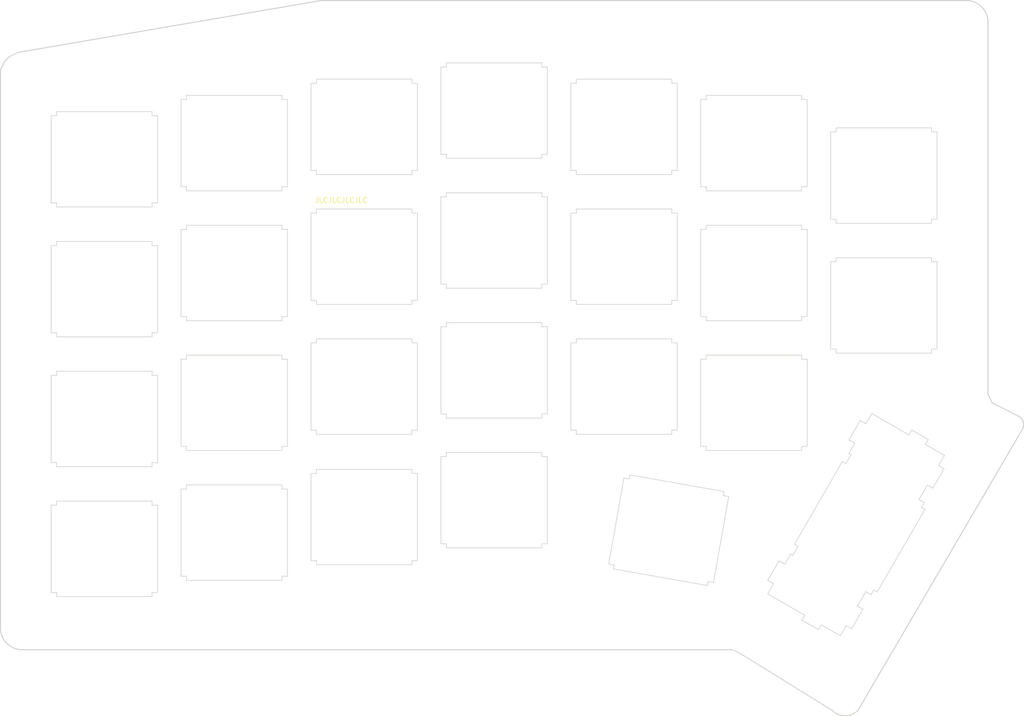
<source format=kicad_pcb>
(kicad_pcb (version 4) (host pcbnew 4.0.7)

  (general
    (links 0)
    (no_connects 0)
    (area 56.515 26.035 232.338572 152.400001)
    (thickness 1.6)
    (drawings 501)
    (tracks 0)
    (zones 0)
    (modules 9)
    (nets 1)
  )

  (page A4)
  (layers
    (0 F.Cu signal hide)
    (31 B.Cu signal hide)
    (32 B.Adhes user hide)
    (33 F.Adhes user hide)
    (34 B.Paste user hide)
    (35 F.Paste user hide)
    (36 B.SilkS user hide)
    (37 F.SilkS user hide)
    (38 B.Mask user hide)
    (39 F.Mask user hide)
    (40 Dwgs.User user hide)
    (41 Cmts.User user hide)
    (42 Eco1.User user)
    (43 Eco2.User user hide)
    (44 Edge.Cuts user)
    (45 Margin user hide)
    (46 B.CrtYd user hide)
    (47 F.CrtYd user hide)
    (48 B.Fab user hide)
    (49 F.Fab user hide)
  )

  (setup
    (last_trace_width 0.25)
    (trace_clearance 0.2)
    (zone_clearance 0.508)
    (zone_45_only no)
    (trace_min 0.2)
    (segment_width 0.15)
    (edge_width 0.15)
    (via_size 0.6)
    (via_drill 0.4)
    (via_min_size 0.4)
    (via_min_drill 0.3)
    (uvia_size 0.3)
    (uvia_drill 0.1)
    (uvias_allowed no)
    (uvia_min_size 0.2)
    (uvia_min_drill 0.1)
    (pcb_text_width 0.3)
    (pcb_text_size 1.5 1.5)
    (mod_edge_width 0.15)
    (mod_text_size 1 1)
    (mod_text_width 0.15)
    (pad_size 1.524 1.524)
    (pad_drill 0.762)
    (pad_to_mask_clearance 0.2)
    (aux_axis_origin 0 0)
    (visible_elements 7FFFFFFF)
    (pcbplotparams
      (layerselection 0x010f0_80000001)
      (usegerberextensions false)
      (excludeedgelayer true)
      (linewidth 0.100000)
      (plotframeref false)
      (viasonmask false)
      (mode 1)
      (useauxorigin false)
      (hpglpennumber 1)
      (hpglpenspeed 20)
      (hpglpendiameter 15)
      (hpglpenoverlay 2)
      (psnegative false)
      (psa4output false)
      (plotreference false)
      (plotvalue false)
      (plotinvisibletext false)
      (padsonsilk false)
      (subtractmaskfromsilk false)
      (outputformat 3)
      (mirror false)
      (drillshape 0)
      (scaleselection 1)
      (outputdirectory ./))
  )

  (net 0 "")

  (net_class Default "This is the default net class."
    (clearance 0.2)
    (trace_width 0.25)
    (via_dia 0.6)
    (via_drill 0.4)
    (uvia_dia 0.3)
    (uvia_drill 0.1)
  )

  (module Mounting_Holes:MountingHole_2.2mm_M2_DIN965 (layer F.Cu) (tedit 5B0469AD) (tstamp 5A9EC803)
    (at 192.405 141.605)
    (descr "Mounting Hole 2.2mm, no annular, M2, DIN965")
    (tags "mounting hole 2.2mm no annular m2 din965")
    (attr virtual)
    (fp_text reference REF** (at 0 -2.9) (layer F.SilkS) hide
      (effects (font (size 1 1) (thickness 0.15)))
    )
    (fp_text value MountingHole_2.2mm_M2_DIN965 (at 0 2.9) (layer F.Fab)
      (effects (font (size 1 1) (thickness 0.15)))
    )
    (fp_text user %R (at 0.3 0) (layer F.Fab)
      (effects (font (size 1 1) (thickness 0.15)))
    )
    (fp_circle (center 0 0) (end 1.9 0) (layer Cmts.User) (width 0.15))
    (fp_circle (center 0 0) (end 2.15 0) (layer F.CrtYd) (width 0.05))
    (pad 1 np_thru_hole circle (at 0 0) (size 2.2 2.2) (drill 2.2) (layers *.Cu *.Mask))
  )

  (module Mounting_Holes:MountingHole_2.2mm_M2_DIN965 (layer F.Cu) (tedit 5B04698E) (tstamp 5A9EC824)
    (at 215.265 103.505)
    (descr "Mounting Hole 2.2mm, no annular, M2, DIN965")
    (tags "mounting hole 2.2mm no annular m2 din965")
    (attr virtual)
    (fp_text reference REF** (at 0 -2.9) (layer F.SilkS) hide
      (effects (font (size 1 1) (thickness 0.15)))
    )
    (fp_text value MountingHole_2.2mm_M2_DIN965 (at 4.445 1.905) (layer F.Fab)
      (effects (font (size 1 1) (thickness 0.15)))
    )
    (fp_text user %R (at 0.3 0) (layer F.Fab)
      (effects (font (size 1 1) (thickness 0.15)))
    )
    (fp_circle (center 0 0) (end 1.9 0) (layer Cmts.User) (width 0.15))
    (fp_circle (center 0 0) (end 2.15 0) (layer F.CrtYd) (width 0.05))
    (pad 1 np_thru_hole circle (at 0 0) (size 2.2 2.2) (drill 2.2) (layers *.Cu *.Mask))
  )

  (module Mounting_Holes:MountingHole_2.2mm_M2_DIN965 (layer F.Cu) (tedit 5B046982) (tstamp 5A9EC868)
    (at 210.82 43.815)
    (descr "Mounting Hole 2.2mm, no annular, M2, DIN965")
    (tags "mounting hole 2.2mm no annular m2 din965")
    (attr virtual)
    (fp_text reference REF** (at 0 -2.9) (layer F.SilkS) hide
      (effects (font (size 1 1) (thickness 0.15)))
    )
    (fp_text value MountingHole_2.2mm_M2_DIN965 (at 0 2.9) (layer F.Fab)
      (effects (font (size 1 1) (thickness 0.15)))
    )
    (fp_text user %R (at 0.3 0) (layer F.Fab)
      (effects (font (size 1 1) (thickness 0.15)))
    )
    (fp_circle (center 0 0) (end 1.9 0) (layer Cmts.User) (width 0.15))
    (fp_circle (center 0 0) (end 2.15 0) (layer F.CrtYd) (width 0.05))
    (pad 1 np_thru_hole circle (at 0 0) (size 2.2 2.2) (drill 2.2) (layers *.Cu *.Mask))
  )

  (module Mounting_Holes:MountingHole_2.2mm_M2_DIN965 (layer F.Cu) (tedit 5B0469C0) (tstamp 5A9EC8BF)
    (at 72.39 132.715)
    (descr "Mounting Hole 2.2mm, no annular, M2, DIN965")
    (tags "mounting hole 2.2mm no annular m2 din965")
    (attr virtual)
    (fp_text reference REF** (at -0.635 -2.9) (layer F.SilkS) hide
      (effects (font (size 1 1) (thickness 0.15)))
    )
    (fp_text value MountingHole_2.2mm_M2_DIN965 (at 0 2.9) (layer F.Fab)
      (effects (font (size 1 1) (thickness 0.15)))
    )
    (fp_text user %R (at 0 0.635) (layer F.Fab)
      (effects (font (size 1 1) (thickness 0.15)))
    )
    (fp_circle (center 0 0) (end 1.9 0) (layer Cmts.User) (width 0.15))
    (fp_circle (center 0 0) (end 2.15 0) (layer F.CrtYd) (width 0.05))
    (pad 1 np_thru_hole circle (at 0 0) (size 2.2 2.2) (drill 2.2) (layers *.Cu *.Mask))
  )

  (module Mounting_Holes:MountingHole_2.2mm_M2_DIN965 (layer F.Cu) (tedit 5B0469C8) (tstamp 5A9EC8CB)
    (at 72.39 92.71)
    (descr "Mounting Hole 2.2mm, no annular, M2, DIN965")
    (tags "mounting hole 2.2mm no annular m2 din965")
    (attr virtual)
    (fp_text reference REF** (at 0 -2.9) (layer F.SilkS) hide
      (effects (font (size 1 1) (thickness 0.15)))
    )
    (fp_text value MountingHole_2.2mm_M2_DIN965 (at 0 2.9) (layer F.Fab)
      (effects (font (size 1 1) (thickness 0.15)))
    )
    (fp_text user %R (at 0.3 0) (layer F.Fab)
      (effects (font (size 1 1) (thickness 0.15)))
    )
    (fp_circle (center 0 0) (end 1.9 0) (layer Cmts.User) (width 0.15))
    (fp_circle (center 0 0) (end 2.15 0) (layer F.CrtYd) (width 0.05))
    (pad 1 np_thru_hole circle (at 0 0) (size 2.2 2.2) (drill 2.2) (layers *.Cu *.Mask))
  )

  (module Mounting_Holes:MountingHole_2.2mm_M2_DIN965 (layer F.Cu) (tedit 5B046972) (tstamp 5A9EC8D6)
    (at 72.39 52.07)
    (descr "Mounting Hole 2.2mm, no annular, M2, DIN965")
    (tags "mounting hole 2.2mm no annular m2 din965")
    (attr virtual)
    (fp_text reference REF** (at 0 -2.9) (layer F.SilkS) hide
      (effects (font (size 1 1) (thickness 0.15)))
    )
    (fp_text value MountingHole_2.2mm_M2_DIN965 (at 0 3.81) (layer F.Fab)
      (effects (font (size 1 1) (thickness 0.15)))
    )
    (fp_text user %R (at 0.3 0) (layer F.Fab)
      (effects (font (size 1 1) (thickness 0.15)))
    )
    (fp_circle (center 0 0) (end 1.9 0) (layer Cmts.User) (width 0.15))
    (fp_circle (center 0 0) (end 2.15 0) (layer F.CrtYd) (width 0.05))
    (pad 1 np_thru_hole circle (at 0 0) (size 2.2 2.2) (drill 2.2) (layers *.Cu *.Mask))
  )

  (module Mounting_Holes:MountingHole_2.2mm_M2_DIN965 (layer F.Cu) (tedit 5B0469B6) (tstamp 5A9EC8EF)
    (at 132.08 132.715)
    (descr "Mounting Hole 2.2mm, no annular, M2, DIN965")
    (tags "mounting hole 2.2mm no annular m2 din965")
    (attr virtual)
    (fp_text reference REF** (at 0 -2.9) (layer F.SilkS) hide
      (effects (font (size 1 1) (thickness 0.15)))
    )
    (fp_text value MountingHole_2.2mm_M2_DIN965 (at 0 2.9) (layer F.Fab)
      (effects (font (size 1 1) (thickness 0.15)))
    )
    (fp_text user %R (at 0.3 0) (layer F.Fab)
      (effects (font (size 1 1) (thickness 0.15)))
    )
    (fp_circle (center 0 0) (end 1.9 0) (layer Cmts.User) (width 0.15))
    (fp_circle (center 0 0) (end 2.15 0) (layer F.CrtYd) (width 0.05))
    (pad 1 np_thru_hole circle (at 0 0) (size 2.2 2.2) (drill 2.2) (layers *.Cu *.Mask))
  )

  (module Mounting_Holes:MountingHole_2.2mm_M2_DIN965 (layer F.Cu) (tedit 5B04697E) (tstamp 5A9EC907)
    (at 170.18 43.815)
    (descr "Mounting Hole 2.2mm, no annular, M2, DIN965")
    (tags "mounting hole 2.2mm no annular m2 din965")
    (attr virtual)
    (fp_text reference REF** (at 0 -2.9) (layer F.SilkS) hide
      (effects (font (size 1 1) (thickness 0.15)))
    )
    (fp_text value MountingHole_2.2mm_M2_DIN965 (at 0 2.9) (layer F.Fab)
      (effects (font (size 1 1) (thickness 0.15)))
    )
    (fp_text user %R (at 0.3 0) (layer F.Fab)
      (effects (font (size 1 1) (thickness 0.15)))
    )
    (fp_circle (center 0 0) (end 1.9 0) (layer Cmts.User) (width 0.15))
    (fp_circle (center 0 0) (end 2.15 0) (layer F.CrtYd) (width 0.05))
    (pad 1 np_thru_hole circle (at 0 0) (size 2.2 2.2) (drill 2.2) (layers *.Cu *.Mask))
  )

  (module Mounting_Holes:MountingHole_2.2mm_M2_DIN965 (layer F.Cu) (tedit 5B046978) (tstamp 5A9EC90E)
    (at 116.205 43.815)
    (descr "Mounting Hole 2.2mm, no annular, M2, DIN965")
    (tags "mounting hole 2.2mm no annular m2 din965")
    (attr virtual)
    (fp_text reference REF** (at 0 -2.9) (layer F.SilkS) hide
      (effects (font (size 1 1) (thickness 0.15)))
    )
    (fp_text value MountingHole_2.2mm_M2_DIN965 (at 1.27 3.81) (layer F.Fab)
      (effects (font (size 1 1) (thickness 0.15)))
    )
    (fp_text user %R (at 0.3 0) (layer F.Fab)
      (effects (font (size 1 1) (thickness 0.15)))
    )
    (fp_circle (center 0 0) (end 1.9 0) (layer Cmts.User) (width 0.15))
    (fp_circle (center 0 0) (end 2.15 0) (layer F.CrtYd) (width 0.05))
    (pad 1 np_thru_hole circle (at 0 0) (size 2.2 2.2) (drill 2.2) (layers *.Cu *.Mask))
  )

  (gr_line (start 205.2416 105.06013) (end 202.815601 103.661441) (layer Edge.Cuts) (width 0.1))
  (gr_line (start 207.5606 109.34444) (end 206.7626 108.88284) (layer Edge.Cuts) (width 0.1))
  (gr_line (start 204.250597 113.236041) (end 205.1126 111.742241) (layer Edge.Cuts) (width 0.1))
  (gr_line (start 203.893641 113.851181) (end 204.25664 113.22558) (layer Edge.Cuts) (width 0.1))
  (gr_line (start 204.241604 114.991641) (end 204.641599 114.299839) (layer Edge.Cuts) (width 0.1))
  (gr_line (start 197.2416 127.117041) (end 197.7616 127.41744) (layer Edge.Cuts) (width 0.1))
  (gr_line (start 194.460603 105.590671) (end 193.599606 107.087241) (layer Edge.Cuts) (width 0.1))
  (gr_line (start 193.613598 105.102848) (end 194.460603 105.590671) (layer Edge.Cuts) (width 0.1))
  (gr_line (start 196.974599 101.238842) (end 196.110599 102.735392) (layer Edge.Cuts) (width 0.1))
  (gr_line (start 204.828601 105.77535) (end 205.2416 105.06013) (layer Edge.Cuts) (width 0.1))
  (gr_line (start 206.7626 108.88284) (end 207.626601 107.390436) (layer Edge.Cuts) (width 0.1))
  (gr_line (start 195.718377 128.009396) (end 196.08038 127.381) (layer Edge.Cuts) (width 0.1))
  (gr_line (start 205.1126 111.742241) (end 205.9096 112.20254) (layer Edge.Cuts) (width 0.1))
  (gr_line (start 194.863596 129.495539) (end 195.7256 128.001739) (layer Edge.Cuts) (width 0.1))
  (gr_line (start 204.641599 114.299839) (end 203.89342 113.85042) (layer Edge.Cuts) (width 0.1))
  (gr_line (start 193.212601 132.353644) (end 194.0096 132.812541) (layer Edge.Cuts) (width 0.1))
  (gr_line (start 195.262602 102.24482) (end 193.613598 105.102848) (layer Edge.Cuts) (width 0.1))
  (gr_line (start 196.110599 102.735392) (end 195.262602 102.24482) (layer Edge.Cuts) (width 0.1))
  (gr_line (start 202.403598 104.375249) (end 196.974599 101.238842) (layer Edge.Cuts) (width 0.1))
  (gr_line (start 202.815601 103.661441) (end 202.403598 104.375249) (layer Edge.Cuts) (width 0.1))
  (gr_line (start 197.7616 127.41744) (end 204.7616 115.290643) (layer Edge.Cuts) (width 0.1))
  (gr_line (start 204.7616 115.290643) (end 204.241604 114.991641) (layer Edge.Cuts) (width 0.1))
  (gr_line (start 207.626601 107.390436) (end 204.828601 105.77535) (layer Edge.Cuts) (width 0.1))
  (gr_line (start 205.9096 112.20254) (end 207.5606 109.34444) (layer Edge.Cuts) (width 0.1))
  (gr_line (start 196.841599 127.810137) (end 197.2416 127.117041) (layer Edge.Cuts) (width 0.1))
  (gr_line (start 196.08038 127.381) (end 196.841599 127.810137) (layer Edge.Cuts) (width 0.1))
  (gr_line (start 195.659599 129.955738) (end 194.863596 129.495539) (layer Edge.Cuts) (width 0.1))
  (gr_line (start 194.0096 132.812541) (end 195.659599 129.955738) (layer Edge.Cuts) (width 0.1))
  (gr_line (start 193.92138 107.272197) (end 193.557383 107.8992) (layer Edge.Cuts) (width 0.1))
  (gr_line (start 193.599606 107.087241) (end 193.92138 107.27182) (layer Edge.Cuts) (width 0.1))
  (gr_line (start 183.363599 122.856139) (end 181.712601 125.712843) (layer Edge.Cuts) (width 0.1))
  (gr_line (start 185.75274 121.41454) (end 185.391736 122.041537) (layer Edge.Cuts) (width 0.1))
  (gr_line (start 189.141601 132.946239) (end 189.553601 132.232242) (layer Edge.Cuts) (width 0.1))
  (gr_line (start 192.350597 133.847238) (end 193.212601 132.353644) (layer Edge.Cuts) (width 0.1))
  (gr_line (start 182.561601 126.203339) (end 181.698603 127.697138) (layer Edge.Cuts) (width 0.1))
  (gr_line (start 185.637598 120.417039) (end 186.1566 120.71604) (layer Edge.Cuts) (width 0.1))
  (gr_line (start 187.129597 130.83084) (end 186.715605 131.547441) (layer Edge.Cuts) (width 0.1))
  (gr_line (start 181.712601 125.712843) (end 182.561601 126.203339) (layer Edge.Cuts) (width 0.1))
  (gr_line (start 184.210603 123.34534) (end 183.363599 122.856139) (layer Edge.Cuts) (width 0.1))
  (gr_line (start 185.073602 121.850137) (end 184.210603 123.34534) (layer Edge.Cuts) (width 0.1))
  (gr_line (start 193.556596 107.898939) (end 193.156601 108.590644) (layer Edge.Cuts) (width 0.1))
  (gr_line (start 185.39206 122.04192) (end 185.073602 121.850137) (layer Edge.Cuts) (width 0.1))
  (gr_line (start 189.553601 132.232242) (end 192.350597 133.847238) (layer Edge.Cuts) (width 0.1))
  (gr_line (start 186.715605 131.547441) (end 189.141601 132.946239) (layer Edge.Cuts) (width 0.1))
  (gr_line (start 193.156601 108.590644) (end 192.637602 108.291639) (layer Edge.Cuts) (width 0.1))
  (gr_line (start 181.698603 127.697138) (end 187.129597 130.83084) (layer Edge.Cuts) (width 0.1))
  (gr_line (start 192.637602 108.291639) (end 185.637598 120.417039) (layer Edge.Cuts) (width 0.1))
  (gr_line (start 186.1566 120.71604) (end 185.756599 121.407844) (layer Edge.Cuts) (width 0.1))
  (gr_line (start 160.61668 110.70558) (end 158.39248 123.31048) (layer Edge.Cuts) (width 0.1))
  (gr_line (start 161.40338 110.84478) (end 160.61668 110.70558) (layer Edge.Cuts) (width 0.1))
  (gr_line (start 91.43648 114.09418) (end 77.43693 114.09418) (layer Edge.Cuts) (width 0.1))
  (gr_line (start 77.43693 128.09368) (end 91.43648 128.09368) (layer Edge.Cuts) (width 0.1))
  (gr_line (start 76.63767 114.69358) (end 76.63767 127.49288) (layer Edge.Cuts) (width 0.1))
  (gr_line (start 77.43693 114.69358) (end 76.63767 114.69358) (layer Edge.Cuts) (width 0.1))
  (gr_line (start 91.43648 114.69358) (end 91.43648 114.09418) (layer Edge.Cuts) (width 0.1))
  (gr_line (start 92.23708 127.49288) (end 92.23708 114.69358) (layer Edge.Cuts) (width 0.1))
  (gr_line (start 91.43648 128.09368) (end 91.43648 127.49288) (layer Edge.Cuts) (width 0.1))
  (gr_line (start 76.63767 127.49288) (end 77.43693 127.49288) (layer Edge.Cuts) (width 0.1))
  (gr_line (start 92.23708 114.69358) (end 91.43648 114.69358) (layer Edge.Cuts) (width 0.1))
  (gr_line (start 91.43648 127.49288) (end 92.23708 127.49288) (layer Edge.Cuts) (width 0.1))
  (gr_line (start 77.43693 127.49288) (end 77.43693 128.09368) (layer Edge.Cuts) (width 0.1))
  (gr_line (start 77.43693 114.09418) (end 77.43693 114.69358) (layer Edge.Cuts) (width 0.1))
  (gr_line (start 115.53698 66.18128) (end 129.53628 66.18128) (layer Edge.Cuts) (width 0.1))
  (gr_line (start 134.58698 50.39978) (end 133.78758 50.39978) (layer Edge.Cuts) (width 0.1))
  (gr_line (start 134.58698 49.80038) (end 134.58698 50.39978) (layer Edge.Cuts) (width 0.1))
  (gr_line (start 152.83758 52.78098) (end 152.83758 65.58158) (layer Edge.Cuts) (width 0.1))
  (gr_line (start 115.53698 65.58158) (end 115.53698 66.18128) (layer Edge.Cuts) (width 0.1))
  (gr_line (start 167.63628 52.78098) (end 167.63628 52.18168) (layer Edge.Cuts) (width 0.1))
  (gr_line (start 168.43568 52.78098) (end 167.63628 52.78098) (layer Edge.Cuts) (width 0.1))
  (gr_line (start 167.63628 65.58158) (end 168.43568 65.58158) (layer Edge.Cuts) (width 0.1))
  (gr_line (start 153.63698 52.18168) (end 153.63698 52.78098) (layer Edge.Cuts) (width 0.1))
  (gr_line (start 130.33708 52.78098) (end 129.53628 52.78098) (layer Edge.Cuts) (width 0.1))
  (gr_line (start 130.33708 65.58158) (end 130.33708 52.78098) (layer Edge.Cuts) (width 0.1))
  (gr_line (start 114.73758 65.58158) (end 115.53698 65.58158) (layer Edge.Cuts) (width 0.1))
  (gr_line (start 115.53698 52.78098) (end 114.73758 52.78098) (layer Edge.Cuts) (width 0.1))
  (gr_line (start 167.63628 52.18168) (end 153.63698 52.18168) (layer Edge.Cuts) (width 0.1))
  (gr_line (start 114.73758 52.78098) (end 114.73758 65.58158) (layer Edge.Cuts) (width 0.1))
  (gr_line (start 153.63698 65.58158) (end 153.63698 66.18128) (layer Edge.Cuts) (width 0.1))
  (gr_line (start 168.43568 65.58158) (end 168.43568 52.78098) (layer Edge.Cuts) (width 0.1))
  (gr_line (start 129.53628 52.78098) (end 129.53628 52.18168) (layer Edge.Cuts) (width 0.1))
  (gr_line (start 153.63698 52.78098) (end 152.83758 52.78098) (layer Edge.Cuts) (width 0.1))
  (gr_line (start 167.63628 66.18128) (end 167.63628 65.58158) (layer Edge.Cuts) (width 0.1))
  (gr_line (start 153.63698 66.18128) (end 167.63628 66.18128) (layer Edge.Cuts) (width 0.1))
  (gr_line (start 152.83758 65.58158) (end 153.63698 65.58158) (layer Edge.Cuts) (width 0.1))
  (gr_line (start 129.53628 65.58158) (end 130.33708 65.58158) (layer Edge.Cuts) (width 0.1))
  (gr_line (start 148.58628 49.80038) (end 134.58698 49.80038) (layer Edge.Cuts) (width 0.1))
  (gr_line (start 148.58628 50.39978) (end 148.58628 49.80038) (layer Edge.Cuts) (width 0.1))
  (gr_line (start 149.38708 50.39978) (end 148.58628 50.39978) (layer Edge.Cuts) (width 0.1))
  (gr_line (start 149.38708 63.20028) (end 149.38708 50.39978) (layer Edge.Cuts) (width 0.1))
  (gr_line (start 148.58628 63.20028) (end 149.38708 63.20028) (layer Edge.Cuts) (width 0.1))
  (gr_line (start 148.58628 63.80008) (end 148.58628 63.20028) (layer Edge.Cuts) (width 0.1))
  (gr_line (start 134.58698 63.80008) (end 148.58628 63.80008) (layer Edge.Cuts) (width 0.1))
  (gr_line (start 129.53628 66.18128) (end 129.53628 65.58158) (layer Edge.Cuts) (width 0.1))
  (gr_line (start 134.58698 63.20028) (end 134.58698 63.80008) (layer Edge.Cuts) (width 0.1))
  (gr_line (start 133.78758 63.20028) (end 134.58698 63.20028) (layer Edge.Cuts) (width 0.1))
  (gr_line (start 133.78758 50.39978) (end 133.78758 63.20028) (layer Edge.Cuts) (width 0.1))
  (gr_line (start 129.53628 52.18168) (end 115.53698 52.18168) (layer Edge.Cuts) (width 0.1))
  (gr_line (start 159.07758 124.04088) (end 172.86478 126.47168) (layer Edge.Cuts) (width 0.1))
  (gr_line (start 158.39248 123.31048) (end 159.18088 123.44968) (layer Edge.Cuts) (width 0.1))
  (gr_line (start 159.18088 123.44968) (end 159.07758 124.04088) (layer Edge.Cuts) (width 0.1))
  (gr_line (start 167.63628 71.23168) (end 153.63698 71.23168) (layer Edge.Cuts) (width 0.1))
  (gr_line (start 168.43568 84.63158) (end 168.43568 71.83098) (layer Edge.Cuts) (width 0.1))
  (gr_line (start 153.63698 84.63158) (end 153.63698 85.23128) (layer Edge.Cuts) (width 0.1))
  (gr_line (start 152.83758 71.83098) (end 152.83758 84.63158) (layer Edge.Cuts) (width 0.1))
  (gr_line (start 153.63698 71.23168) (end 153.63698 71.83098) (layer Edge.Cuts) (width 0.1))
  (gr_line (start 129.53628 71.23168) (end 115.53698 71.23168) (layer Edge.Cuts) (width 0.1))
  (gr_line (start 129.53628 71.83098) (end 129.53628 71.23168) (layer Edge.Cuts) (width 0.1))
  (gr_line (start 130.33708 84.63158) (end 130.33708 71.83098) (layer Edge.Cuts) (width 0.1))
  (gr_line (start 129.53628 85.23128) (end 129.53628 84.63158) (layer Edge.Cuts) (width 0.1))
  (gr_line (start 129.53628 84.63158) (end 130.33708 84.63158) (layer Edge.Cuts) (width 0.1))
  (gr_line (start 115.53698 84.63158) (end 115.53698 85.23128) (layer Edge.Cuts) (width 0.1))
  (gr_line (start 115.53698 71.23168) (end 115.53698 71.83098) (layer Edge.Cuts) (width 0.1))
  (gr_line (start 115.53698 85.23128) (end 129.53628 85.23128) (layer Edge.Cuts) (width 0.1))
  (gr_line (start 153.63698 71.83098) (end 152.83758 71.83098) (layer Edge.Cuts) (width 0.1))
  (gr_line (start 167.63628 84.63158) (end 168.43568 84.63158) (layer Edge.Cuts) (width 0.1))
  (gr_line (start 167.63628 85.23128) (end 167.63628 84.63158) (layer Edge.Cuts) (width 0.1))
  (gr_line (start 153.63698 85.23128) (end 167.63628 85.23128) (layer Edge.Cuts) (width 0.1))
  (gr_line (start 115.53698 71.83098) (end 114.73758 71.83098) (layer Edge.Cuts) (width 0.1))
  (gr_line (start 152.83758 84.63158) (end 153.63698 84.63158) (layer Edge.Cuts) (width 0.1))
  (gr_line (start 130.33708 71.83098) (end 129.53628 71.83098) (layer Edge.Cuts) (width 0.1))
  (gr_line (start 114.73758 84.63158) (end 115.53698 84.63158) (layer Edge.Cuts) (width 0.1))
  (gr_line (start 167.63628 71.83098) (end 167.63628 71.23168) (layer Edge.Cuts) (width 0.1))
  (gr_line (start 114.73758 71.83098) (end 114.73758 84.63158) (layer Edge.Cuts) (width 0.1))
  (gr_line (start 168.43568 71.83098) (end 167.63628 71.83098) (layer Edge.Cuts) (width 0.1))
  (gr_line (start 172.68698 87.61258) (end 186.68628 87.61258) (layer Edge.Cuts) (width 0.1))
  (gr_line (start 171.88758 87.01278) (end 172.68698 87.01278) (layer Edge.Cuts) (width 0.1))
  (gr_line (start 172.68698 73.61288) (end 172.68698 74.21228) (layer Edge.Cuts) (width 0.1))
  (gr_line (start 92.23708 76.59348) (end 91.43648 76.59348) (layer Edge.Cuts) (width 0.1))
  (gr_line (start 91.43648 89.99378) (end 91.43648 89.39298) (layer Edge.Cuts) (width 0.1))
  (gr_line (start 76.63767 76.59348) (end 76.63767 89.39298) (layer Edge.Cuts) (width 0.1))
  (gr_line (start 95.68768 87.01278) (end 96.48698 87.01278) (layer Edge.Cuts) (width 0.1))
  (gr_line (start 96.48698 87.01278) (end 96.48698 87.61258) (layer Edge.Cuts) (width 0.1))
  (gr_line (start 76.63767 89.39298) (end 77.43693 89.39298) (layer Edge.Cuts) (width 0.1))
  (gr_line (start 91.43648 76.59348) (end 91.43648 75.99418) (layer Edge.Cuts) (width 0.1))
  (gr_line (start 95.68768 74.21228) (end 95.68768 87.01278) (layer Edge.Cuts) (width 0.1))
  (gr_line (start 186.68628 73.61288) (end 172.68698 73.61288) (layer Edge.Cuts) (width 0.1))
  (gr_line (start 186.68628 74.21228) (end 186.68628 73.61288) (layer Edge.Cuts) (width 0.1))
  (gr_line (start 172.68698 87.01278) (end 172.68698 87.61258) (layer Edge.Cuts) (width 0.1))
  (gr_line (start 111.28708 74.21228) (end 110.48628 74.21228) (layer Edge.Cuts) (width 0.1))
  (gr_line (start 96.48698 74.21228) (end 95.68768 74.21228) (layer Edge.Cuts) (width 0.1))
  (gr_line (start 96.48698 73.61288) (end 96.48698 74.21228) (layer Edge.Cuts) (width 0.1))
  (gr_line (start 205.73628 78.97478) (end 205.73628 78.37538) (layer Edge.Cuts) (width 0.1))
  (gr_line (start 91.43648 89.39298) (end 92.23708 89.39298) (layer Edge.Cuts) (width 0.1))
  (gr_line (start 187.48728 87.01278) (end 187.48728 74.21228) (layer Edge.Cuts) (width 0.1))
  (gr_line (start 186.68628 87.61258) (end 186.68628 87.01278) (layer Edge.Cuts) (width 0.1))
  (gr_line (start 77.43693 89.99378) (end 91.43648 89.99378) (layer Edge.Cuts) (width 0.1))
  (gr_line (start 77.43693 89.39298) (end 77.43693 89.99378) (layer Edge.Cuts) (width 0.1))
  (gr_line (start 77.43693 76.59348) (end 76.63767 76.59348) (layer Edge.Cuts) (width 0.1))
  (gr_line (start 171.88758 74.21228) (end 171.88758 87.01278) (layer Edge.Cuts) (width 0.1))
  (gr_line (start 172.68698 74.21228) (end 171.88758 74.21228) (layer Edge.Cuts) (width 0.1))
  (gr_line (start 110.48628 87.01278) (end 111.28708 87.01278) (layer Edge.Cuts) (width 0.1))
  (gr_line (start 205.73628 78.37538) (end 191.73728 78.37538) (layer Edge.Cuts) (width 0.1))
  (gr_line (start 77.43693 75.99418) (end 77.43693 76.59348) (layer Edge.Cuts) (width 0.1))
  (gr_line (start 92.23708 89.39298) (end 92.23708 76.59348) (layer Edge.Cuts) (width 0.1))
  (gr_line (start 110.48628 73.61288) (end 96.48698 73.61288) (layer Edge.Cuts) (width 0.1))
  (gr_line (start 110.48628 87.61258) (end 110.48628 87.01278) (layer Edge.Cuts) (width 0.1))
  (gr_line (start 96.48698 87.61258) (end 110.48628 87.61258) (layer Edge.Cuts) (width 0.1))
  (gr_line (start 91.43648 75.99418) (end 77.43693 75.99418) (layer Edge.Cuts) (width 0.1))
  (gr_line (start 110.48628 74.21228) (end 110.48628 73.61288) (layer Edge.Cuts) (width 0.1))
  (gr_line (start 187.48728 74.21228) (end 186.68628 74.21228) (layer Edge.Cuts) (width 0.1))
  (gr_line (start 111.28708 87.01278) (end 111.28708 74.21228) (layer Edge.Cuts) (width 0.1))
  (gr_line (start 186.68628 87.01278) (end 187.48728 87.01278) (layer Edge.Cuts) (width 0.1))
  (gr_line (start 133.78758 88.49978) (end 133.78758 101.30028) (layer Edge.Cuts) (width 0.1))
  (gr_line (start 168.43568 90.88098) (end 167.63628 90.88098) (layer Edge.Cuts) (width 0.1))
  (gr_line (start 148.58628 101.90008) (end 148.58628 101.30028) (layer Edge.Cuts) (width 0.1))
  (gr_line (start 148.58628 88.49978) (end 148.58628 87.90038) (layer Edge.Cuts) (width 0.1))
  (gr_line (start 167.63628 103.68158) (end 168.43568 103.68158) (layer Edge.Cuts) (width 0.1))
  (gr_line (start 133.78758 101.30028) (end 134.58698 101.30028) (layer Edge.Cuts) (width 0.1))
  (gr_line (start 134.58698 87.90038) (end 134.58698 88.49978) (layer Edge.Cuts) (width 0.1))
  (gr_line (start 149.38708 88.49978) (end 148.58628 88.49978) (layer Edge.Cuts) (width 0.1))
  (gr_line (start 134.58698 101.30028) (end 134.58698 101.90008) (layer Edge.Cuts) (width 0.1))
  (gr_line (start 190.93728 78.97478) (end 190.93728 91.77528) (layer Edge.Cuts) (width 0.1))
  (gr_line (start 168.43568 103.68158) (end 168.43568 90.88098) (layer Edge.Cuts) (width 0.1))
  (gr_line (start 149.38708 101.30028) (end 149.38708 88.49978) (layer Edge.Cuts) (width 0.1))
  (gr_line (start 167.63628 90.88098) (end 167.63628 90.28168) (layer Edge.Cuts) (width 0.1))
  (gr_line (start 148.58628 87.90038) (end 134.58698 87.90038) (layer Edge.Cuts) (width 0.1))
  (gr_line (start 167.63628 104.28118) (end 167.63628 103.68158) (layer Edge.Cuts) (width 0.1))
  (gr_line (start 134.58698 101.90008) (end 148.58628 101.90008) (layer Edge.Cuts) (width 0.1))
  (gr_line (start 167.63628 90.28168) (end 153.63698 90.28168) (layer Edge.Cuts) (width 0.1))
  (gr_line (start 191.73728 92.37508) (end 205.73628 92.37508) (layer Edge.Cuts) (width 0.1))
  (gr_line (start 206.53728 78.97478) (end 205.73628 78.97478) (layer Edge.Cuts) (width 0.1))
  (gr_line (start 206.53728 91.77528) (end 206.53728 78.97478) (layer Edge.Cuts) (width 0.1))
  (gr_line (start 205.73628 91.77528) (end 206.53728 91.77528) (layer Edge.Cuts) (width 0.1))
  (gr_line (start 205.73628 92.37508) (end 205.73628 91.77528) (layer Edge.Cuts) (width 0.1))
  (gr_line (start 148.58628 101.30028) (end 149.38708 101.30028) (layer Edge.Cuts) (width 0.1))
  (gr_line (start 190.93728 91.77528) (end 191.73728 91.77528) (layer Edge.Cuts) (width 0.1))
  (gr_line (start 134.58698 88.49978) (end 133.78758 88.49978) (layer Edge.Cuts) (width 0.1))
  (gr_line (start 191.73728 91.77528) (end 191.73728 92.37508) (layer Edge.Cuts) (width 0.1))
  (gr_line (start 191.73728 78.97478) (end 190.93728 78.97478) (layer Edge.Cuts) (width 0.1))
  (gr_line (start 191.73728 78.37538) (end 191.73728 78.97478) (layer Edge.Cuts) (width 0.1))
  (gr_line (start 186.68628 92.66288) (end 172.68698 92.66288) (layer Edge.Cuts) (width 0.1))
  (gr_line (start 129.53628 103.68158) (end 130.33708 103.68158) (layer Edge.Cuts) (width 0.1))
  (gr_line (start 129.53628 104.28118) (end 129.53628 103.68158) (layer Edge.Cuts) (width 0.1))
  (gr_line (start 115.53698 90.28168) (end 115.53698 90.88098) (layer Edge.Cuts) (width 0.1))
  (gr_line (start 186.68628 93.26228) (end 186.68628 92.66288) (layer Edge.Cuts) (width 0.1))
  (gr_line (start 115.53698 104.28118) (end 129.53628 104.28118) (layer Edge.Cuts) (width 0.1))
  (gr_line (start 115.53698 103.68158) (end 115.53698 104.28118) (layer Edge.Cuts) (width 0.1))
  (gr_line (start 171.88758 106.06298) (end 172.68698 106.06298) (layer Edge.Cuts) (width 0.1))
  (gr_line (start 172.68698 93.26228) (end 171.88758 93.26228) (layer Edge.Cuts) (width 0.1))
  (gr_line (start 111.28708 93.26228) (end 110.48628 93.26228) (layer Edge.Cuts) (width 0.1))
  (gr_line (start 110.48628 106.66248) (end 110.48628 106.06298) (layer Edge.Cuts) (width 0.1))
  (gr_line (start 96.48698 106.06298) (end 96.48698 106.66248) (layer Edge.Cuts) (width 0.1))
  (gr_line (start 187.48728 93.26228) (end 186.68628 93.26228) (layer Edge.Cuts) (width 0.1))
  (gr_line (start 114.73758 103.68158) (end 115.53698 103.68158) (layer Edge.Cuts) (width 0.1))
  (gr_line (start 114.73758 90.88098) (end 114.73758 103.68158) (layer Edge.Cuts) (width 0.1))
  (gr_line (start 111.28708 106.06298) (end 111.28708 93.26228) (layer Edge.Cuts) (width 0.1))
  (gr_line (start 115.53698 90.88098) (end 114.73758 90.88098) (layer Edge.Cuts) (width 0.1))
  (gr_line (start 187.48728 106.06298) (end 187.48728 93.26228) (layer Edge.Cuts) (width 0.1))
  (gr_line (start 172.68698 106.66248) (end 186.68628 106.66248) (layer Edge.Cuts) (width 0.1))
  (gr_line (start 172.68698 92.66288) (end 172.68698 93.26228) (layer Edge.Cuts) (width 0.1))
  (gr_line (start 110.48628 106.06298) (end 111.28708 106.06298) (layer Edge.Cuts) (width 0.1))
  (gr_line (start 172.68698 106.06298) (end 172.68698 106.66248) (layer Edge.Cuts) (width 0.1))
  (gr_line (start 171.88758 93.26228) (end 171.88758 106.06298) (layer Edge.Cuts) (width 0.1))
  (gr_line (start 153.63698 104.28118) (end 167.63628 104.28118) (layer Edge.Cuts) (width 0.1))
  (gr_line (start 153.63698 103.68158) (end 153.63698 104.28118) (layer Edge.Cuts) (width 0.1))
  (gr_line (start 152.83758 103.68158) (end 153.63698 103.68158) (layer Edge.Cuts) (width 0.1))
  (gr_line (start 152.83758 90.88098) (end 152.83758 103.68158) (layer Edge.Cuts) (width 0.1))
  (gr_line (start 153.63698 90.88098) (end 152.83758 90.88098) (layer Edge.Cuts) (width 0.1))
  (gr_line (start 129.53628 90.88098) (end 129.53628 90.28168) (layer Edge.Cuts) (width 0.1))
  (gr_line (start 110.48628 93.26228) (end 110.48628 92.66288) (layer Edge.Cuts) (width 0.1))
  (gr_line (start 186.68628 106.66248) (end 186.68628 106.06298) (layer Edge.Cuts) (width 0.1))
  (gr_line (start 96.48698 106.66248) (end 110.48628 106.66248) (layer Edge.Cuts) (width 0.1))
  (gr_line (start 95.68768 106.06298) (end 96.48698 106.06298) (layer Edge.Cuts) (width 0.1))
  (gr_line (start 186.68628 106.06298) (end 187.48728 106.06298) (layer Edge.Cuts) (width 0.1))
  (gr_line (start 95.68768 93.26228) (end 95.68768 106.06298) (layer Edge.Cuts) (width 0.1))
  (gr_line (start 153.63698 90.28168) (end 153.63698 90.88098) (layer Edge.Cuts) (width 0.1))
  (gr_line (start 129.53628 90.28168) (end 115.53698 90.28168) (layer Edge.Cuts) (width 0.1))
  (gr_line (start 130.33708 90.88098) (end 129.53628 90.88098) (layer Edge.Cuts) (width 0.1))
  (gr_line (start 110.48628 92.66288) (end 96.48698 92.66288) (layer Edge.Cuts) (width 0.1))
  (gr_line (start 130.33708 103.68158) (end 130.33708 90.88098) (layer Edge.Cuts) (width 0.1))
  (gr_line (start 92.23708 108.44288) (end 92.23708 95.64348) (layer Edge.Cuts) (width 0.1))
  (gr_line (start 77.43693 108.44288) (end 77.43693 109.04368) (layer Edge.Cuts) (width 0.1))
  (gr_line (start 77.43693 95.04418) (end 77.43693 95.64348) (layer Edge.Cuts) (width 0.1))
  (gr_line (start 148.58628 107.54988) (end 148.58628 106.95048) (layer Edge.Cuts) (width 0.1))
  (gr_line (start 91.43648 95.04418) (end 77.43693 95.04418) (layer Edge.Cuts) (width 0.1))
  (gr_line (start 77.43693 95.64348) (end 76.63767 95.64348) (layer Edge.Cuts) (width 0.1))
  (gr_line (start 92.23708 95.64348) (end 91.43648 95.64348) (layer Edge.Cuts) (width 0.1))
  (gr_line (start 148.58628 106.95048) (end 134.58698 106.95048) (layer Edge.Cuts) (width 0.1))
  (gr_line (start 76.63767 95.64348) (end 76.63767 108.44288) (layer Edge.Cuts) (width 0.1))
  (gr_line (start 91.43648 95.64348) (end 91.43648 95.04418) (layer Edge.Cuts) (width 0.1))
  (gr_line (start 91.43648 109.04368) (end 91.43648 108.44288) (layer Edge.Cuts) (width 0.1))
  (gr_line (start 77.43693 109.04368) (end 91.43648 109.04368) (layer Edge.Cuts) (width 0.1))
  (gr_line (start 76.63767 108.44288) (end 77.43693 108.44288) (layer Edge.Cuts) (width 0.1))
  (gr_line (start 91.43648 108.44288) (end 92.23708 108.44288) (layer Edge.Cuts) (width 0.1))
  (gr_line (start 96.48698 93.26228) (end 95.68768 93.26228) (layer Edge.Cuts) (width 0.1))
  (gr_line (start 96.48698 92.66288) (end 96.48698 93.26228) (layer Edge.Cuts) (width 0.1))
  (gr_line (start 96.48698 111.71298) (end 96.48698 112.31238) (layer Edge.Cuts) (width 0.1))
  (gr_line (start 129.53628 109.42678) (end 115.53698 109.42678) (layer Edge.Cuts) (width 0.1))
  (gr_line (start 130.33708 122.82678) (end 130.33708 110.02758) (layer Edge.Cuts) (width 0.1))
  (gr_line (start 95.68768 125.11298) (end 96.48698 125.11298) (layer Edge.Cuts) (width 0.1))
  (gr_line (start 95.68768 112.31238) (end 95.68768 125.11298) (layer Edge.Cuts) (width 0.1))
  (gr_line (start 96.48698 125.71248) (end 110.48628 125.71248) (layer Edge.Cuts) (width 0.1))
  (gr_line (start 96.48698 125.11298) (end 96.48698 125.71248) (layer Edge.Cuts) (width 0.1))
  (gr_line (start 115.53698 122.82678) (end 115.53698 123.42628) (layer Edge.Cuts) (width 0.1))
  (gr_line (start 175.29528 112.68448) (end 161.50818 110.25358) (layer Edge.Cuts) (width 0.1))
  (gr_line (start 129.53628 123.42628) (end 129.53628 122.82678) (layer Edge.Cuts) (width 0.1))
  (gr_line (start 129.53628 122.82678) (end 130.33708 122.82678) (layer Edge.Cuts) (width 0.1))
  (gr_line (start 175.19028 113.27568) (end 175.29528 112.68448) (layer Edge.Cuts) (width 0.1))
  (gr_line (start 161.50818 110.25358) (end 161.40338 110.84478) (layer Edge.Cuts) (width 0.1))
  (gr_line (start 110.48628 125.11298) (end 111.28708 125.11298) (layer Edge.Cuts) (width 0.1))
  (gr_line (start 175.97928 113.41478) (end 175.19028 113.27568) (layer Edge.Cuts) (width 0.1))
  (gr_line (start 173.75628 126.01978) (end 175.97928 113.41478) (layer Edge.Cuts) (width 0.1))
  (gr_line (start 110.48628 112.31238) (end 110.48628 111.71298) (layer Edge.Cuts) (width 0.1))
  (gr_line (start 114.73758 110.02758) (end 114.73758 122.82678) (layer Edge.Cuts) (width 0.1))
  (gr_line (start 149.38708 120.35048) (end 149.38708 107.54988) (layer Edge.Cuts) (width 0.1))
  (gr_line (start 110.48628 125.71248) (end 110.48628 125.11298) (layer Edge.Cuts) (width 0.1))
  (gr_line (start 130.33708 110.02758) (end 129.53628 110.02758) (layer Edge.Cuts) (width 0.1))
  (gr_line (start 172.96818 125.88058) (end 173.75628 126.01978) (layer Edge.Cuts) (width 0.1))
  (gr_line (start 149.38708 107.54988) (end 148.58628 107.54988) (layer Edge.Cuts) (width 0.1))
  (gr_line (start 148.58628 120.35048) (end 149.38708 120.35048) (layer Edge.Cuts) (width 0.1))
  (gr_line (start 110.48628 111.71298) (end 96.48698 111.71298) (layer Edge.Cuts) (width 0.1))
  (gr_line (start 148.58628 120.94998) (end 148.58628 120.35048) (layer Edge.Cuts) (width 0.1))
  (gr_line (start 115.53698 123.42628) (end 129.53628 123.42628) (layer Edge.Cuts) (width 0.1))
  (gr_line (start 134.58698 120.94998) (end 148.58628 120.94998) (layer Edge.Cuts) (width 0.1))
  (gr_line (start 134.58698 120.35048) (end 134.58698 120.94998) (layer Edge.Cuts) (width 0.1))
  (gr_line (start 114.73758 122.82678) (end 115.53698 122.82678) (layer Edge.Cuts) (width 0.1))
  (gr_line (start 133.78758 120.35048) (end 134.58698 120.35048) (layer Edge.Cuts) (width 0.1))
  (gr_line (start 129.53628 110.02758) (end 129.53628 109.42678) (layer Edge.Cuts) (width 0.1))
  (gr_line (start 115.53698 110.02758) (end 114.73758 110.02758) (layer Edge.Cuts) (width 0.1))
  (gr_line (start 111.28708 112.31238) (end 110.48628 112.31238) (layer Edge.Cuts) (width 0.1))
  (gr_line (start 115.53698 109.42678) (end 115.53698 110.02758) (layer Edge.Cuts) (width 0.1))
  (gr_line (start 133.78758 107.54988) (end 133.78758 120.35048) (layer Edge.Cuts) (width 0.1))
  (gr_line (start 134.58698 107.54988) (end 133.78758 107.54988) (layer Edge.Cuts) (width 0.1))
  (gr_line (start 134.58698 106.95048) (end 134.58698 107.54988) (layer Edge.Cuts) (width 0.1))
  (gr_line (start 111.28708 125.11298) (end 111.28708 112.31238) (layer Edge.Cuts) (width 0.1))
  (gr_line (start 96.48698 112.31238) (end 95.68768 112.31238) (layer Edge.Cuts) (width 0.1))
  (gr_line (start 187.48728 67.96278) (end 187.48728 55.16228) (layer Edge.Cuts) (width 0.1))
  (gr_line (start 110.48628 67.96278) (end 111.28708 67.96278) (layer Edge.Cuts) (width 0.1))
  (gr_line (start 172.68698 67.96278) (end 172.68698 68.56258) (layer Edge.Cuts) (width 0.1))
  (gr_line (start 186.68628 67.96278) (end 187.48728 67.96278) (layer Edge.Cuts) (width 0.1))
  (gr_line (start 111.28708 55.16228) (end 110.48628 55.16228) (layer Edge.Cuts) (width 0.1))
  (gr_line (start 186.68628 68.56258) (end 186.68628 67.96278) (layer Edge.Cuts) (width 0.1))
  (gr_line (start 95.68768 55.16228) (end 95.68768 67.96278) (layer Edge.Cuts) (width 0.1))
  (gr_line (start 171.88758 67.96278) (end 172.68698 67.96278) (layer Edge.Cuts) (width 0.1))
  (gr_line (start 96.48698 67.96278) (end 96.48698 68.56258) (layer Edge.Cuts) (width 0.1))
  (gr_line (start 171.88758 55.16228) (end 171.88758 67.96278) (layer Edge.Cuts) (width 0.1))
  (gr_line (start 111.28708 67.96278) (end 111.28708 55.16228) (layer Edge.Cuts) (width 0.1))
  (gr_line (start 96.48698 68.56258) (end 110.48628 68.56258) (layer Edge.Cuts) (width 0.1))
  (gr_line (start 91.43648 56.94418) (end 77.43693 56.94418) (layer Edge.Cuts) (width 0.1))
  (gr_line (start 110.48628 68.56258) (end 110.48628 67.96278) (layer Edge.Cuts) (width 0.1))
  (gr_line (start 95.68768 67.96278) (end 96.48698 67.96278) (layer Edge.Cuts) (width 0.1))
  (gr_line (start 96.48698 55.16228) (end 95.68768 55.16228) (layer Edge.Cuts) (width 0.1))
  (gr_line (start 92.23708 57.54348) (end 91.43648 57.54348) (layer Edge.Cuts) (width 0.1))
  (gr_line (start 115.53698 52.18168) (end 115.53698 52.78098) (layer Edge.Cuts) (width 0.1))
  (gr_line (start 172.68698 68.56258) (end 186.68628 68.56258) (layer Edge.Cuts) (width 0.1))
  (gr_line (start 110.48628 55.16228) (end 110.48628 54.56288) (layer Edge.Cuts) (width 0.1))
  (gr_line (start 96.48698 54.56288) (end 96.48698 55.16228) (layer Edge.Cuts) (width 0.1))
  (gr_line (start 91.43648 57.54348) (end 91.43648 56.94418) (layer Edge.Cuts) (width 0.1))
  (gr_line (start 172.68698 54.56288) (end 172.68698 55.16228) (layer Edge.Cuts) (width 0.1))
  (gr_line (start 186.68628 54.56288) (end 172.68698 54.56288) (layer Edge.Cuts) (width 0.1))
  (gr_line (start 186.68628 55.16228) (end 186.68628 54.56288) (layer Edge.Cuts) (width 0.1))
  (gr_line (start 110.48628 54.56288) (end 96.48698 54.56288) (layer Edge.Cuts) (width 0.1))
  (gr_line (start 172.68698 55.16228) (end 171.88758 55.16228) (layer Edge.Cuts) (width 0.1))
  (gr_line (start 187.48728 55.16228) (end 186.68628 55.16228) (layer Edge.Cuts) (width 0.1))
  (gr_line (start 91.43648 70.94378) (end 91.43648 70.34298) (layer Edge.Cuts) (width 0.1))
  (gr_line (start 77.43693 70.94378) (end 91.43648 70.94378) (layer Edge.Cuts) (width 0.1))
  (gr_line (start 148.58628 68.85038) (end 134.58698 68.85038) (layer Edge.Cuts) (width 0.1))
  (gr_line (start 77.43693 70.34298) (end 77.43693 70.94378) (layer Edge.Cuts) (width 0.1))
  (gr_line (start 91.43648 70.34298) (end 92.23708 70.34298) (layer Edge.Cuts) (width 0.1))
  (gr_line (start 92.23708 70.34298) (end 92.23708 57.54348) (layer Edge.Cuts) (width 0.1))
  (gr_line (start 76.63767 57.54348) (end 76.63767 70.34298) (layer Edge.Cuts) (width 0.1))
  (gr_line (start 205.73628 73.32508) (end 205.73628 72.72528) (layer Edge.Cuts) (width 0.1))
  (gr_line (start 148.58628 82.85008) (end 148.58628 82.25028) (layer Edge.Cuts) (width 0.1))
  (gr_line (start 191.73728 59.92478) (end 190.93728 59.92478) (layer Edge.Cuts) (width 0.1))
  (gr_line (start 191.73728 59.32538) (end 191.73728 59.92478) (layer Edge.Cuts) (width 0.1))
  (gr_line (start 206.53728 59.92478) (end 205.73628 59.92478) (layer Edge.Cuts) (width 0.1))
  (gr_line (start 76.63767 70.34298) (end 77.43693 70.34298) (layer Edge.Cuts) (width 0.1))
  (gr_line (start 77.43693 57.54348) (end 76.63767 57.54348) (layer Edge.Cuts) (width 0.1))
  (gr_line (start 77.43693 56.94418) (end 77.43693 57.54348) (layer Edge.Cuts) (width 0.1))
  (gr_line (start 190.93728 59.92478) (end 190.93728 72.72528) (layer Edge.Cuts) (width 0.1))
  (gr_line (start 191.73728 73.32508) (end 205.73628 73.32508) (layer Edge.Cuts) (width 0.1))
  (gr_line (start 191.73728 72.72528) (end 191.73728 73.32508) (layer Edge.Cuts) (width 0.1))
  (gr_line (start 134.58698 82.25028) (end 134.58698 82.85008) (layer Edge.Cuts) (width 0.1))
  (gr_line (start 134.58698 69.44978) (end 133.78758 69.44978) (layer Edge.Cuts) (width 0.1))
  (gr_line (start 205.73628 72.72528) (end 206.53728 72.72528) (layer Edge.Cuts) (width 0.1))
  (gr_line (start 148.58628 82.25028) (end 149.38708 82.25028) (layer Edge.Cuts) (width 0.1))
  (gr_line (start 133.78758 69.44978) (end 133.78758 82.25028) (layer Edge.Cuts) (width 0.1))
  (gr_line (start 134.58698 68.85038) (end 134.58698 69.44978) (layer Edge.Cuts) (width 0.1))
  (gr_line (start 133.78758 82.25028) (end 134.58698 82.25028) (layer Edge.Cuts) (width 0.1))
  (gr_line (start 205.73628 59.92478) (end 205.73628 59.32538) (layer Edge.Cuts) (width 0.1))
  (gr_line (start 206.53728 72.72528) (end 206.53728 59.92478) (layer Edge.Cuts) (width 0.1))
  (gr_line (start 149.38708 82.25028) (end 149.38708 69.44978) (layer Edge.Cuts) (width 0.1))
  (gr_line (start 149.38708 69.44978) (end 148.58628 69.44978) (layer Edge.Cuts) (width 0.1))
  (gr_line (start 134.58698 82.85008) (end 148.58628 82.85008) (layer Edge.Cuts) (width 0.1))
  (gr_line (start 205.73628 59.32538) (end 191.73728 59.32538) (layer Edge.Cuts) (width 0.1))
  (gr_line (start 190.93728 72.72528) (end 191.73728 72.72528) (layer Edge.Cuts) (width 0.1))
  (gr_line (start 148.58628 69.44978) (end 148.58628 68.85038) (layer Edge.Cuts) (width 0.1))
  (gr_line (start 172.86478 126.47168) (end 172.96818 125.88058) (layer Edge.Cuts) (width 0.1))
  (gr_text JLCJLCJLCJLC (at 119.1768 69.9516) (layer F.SilkS)
    (effects (font (size 0.75 0.75) (thickness 0.15)))
  )
  (gr_line (start 214.63 99.695) (end 215.9 100.33) (layer Edge.Cuts) (width 0.15))
  (gr_line (start 213.995 98.425) (end 214.63 99.695) (layer Edge.Cuts) (width 0.15))
  (gr_line (start 176.53 135.89) (end 175.895 135.89) (layer Edge.Cuts) (width 0.15))
  (gr_line (start 177.8 136.525) (end 176.53 135.89) (layer Edge.Cuts) (width 0.15))
  (gr_line (start 69.215 50.8) (end 69.215 60.96) (layer Edge.Cuts) (width 0.15))
  (gr_line (start 69.85 49.53) (end 69.215 50.8) (layer Edge.Cuts) (width 0.15))
  (gr_line (start 70.485 48.895) (end 69.85 49.53) (layer Edge.Cuts) (width 0.15))
  (gr_line (start 71.755 48.26) (end 70.485 48.895) (layer Edge.Cuts) (width 0.15))
  (gr_arc (start 210.82 43.815) (end 210.82 40.64) (angle 90) (layer Edge.Cuts) (width 0.15))
  (gr_line (start 213.995 45.085) (end 213.995 43.815) (layer Edge.Cuts) (width 0.15))
  (gr_line (start 87.63 43.815) (end 217.805 43.815) (layer Dwgs.User) (width 0.2))
  (gr_line (start 146.05 43.815) (end 87.63 43.815) (layer Dwgs.User) (width 0.2))
  (gr_line (start 170.18 43.815) (end 146.05 43.815) (layer Dwgs.User) (width 0.2))
  (gr_line (start 72.39 135.89) (end 73.66 135.89) (layer Edge.Cuts) (width 0.15))
  (gr_line (start 69.215 131.445) (end 69.215 132.715) (layer Edge.Cuts) (width 0.15))
  (gr_arc (start 72.39 132.715) (end 72.39 135.89) (angle 90) (layer Edge.Cuts) (width 0.15))
  (gr_line (start 109.855 132.715) (end 63.5 132.715) (layer Dwgs.User) (width 0.2))
  (gr_line (start 117.475 132.715) (end 109.855 132.715) (layer Dwgs.User) (width 0.2))
  (gr_line (start 132.08 132.715) (end 117.475 132.715) (layer Dwgs.User) (width 0.2))
  (gr_line (start 72.39 39.37) (end 72.39 139.7) (layer Dwgs.User) (width 0.2))
  (gr_line (start 72.39 64.135) (end 72.39 39.37) (layer Dwgs.User) (width 0.2))
  (gr_line (start 72.39 92.71) (end 72.39 64.135) (layer Dwgs.User) (width 0.2))
  (gr_line (start 215.9 100.33) (end 218.44 101.6) (layer Edge.Cuts) (width 0.15))
  (gr_line (start 219.075 103.505) (end 194.945 144.78) (layer Edge.Cuts) (width 0.15))
  (gr_arc (start 217.805 102.87) (end 218.44 101.6) (angle 90) (layer Edge.Cuts) (width 0.15))
  (gr_line (start 213.995 98.425) (end 213.995 95.25) (layer Edge.Cuts) (width 0.15))
  (gr_line (start 213.995 45.085) (end 213.995 95.25) (layer Edge.Cuts) (width 0.15))
  (gr_arc (start 193.04 142.875) (end 194.945 144.78) (angle 90) (layer Edge.Cuts) (width 0.15))
  (gr_line (start 177.8 136.525) (end 191.135 144.78) (layer Edge.Cuts) (width 0.15))
  (gr_line (start 172.085 135.89) (end 175.895 135.89) (layer Edge.Cuts) (width 0.15))
  (gr_line (start 101.6 135.89) (end 172.085 135.89) (layer Edge.Cuts) (width 0.15))
  (gr_line (start 73.66 135.89) (end 101.6 135.89) (layer Edge.Cuts) (width 0.15))
  (gr_line (start 116.205 40.64) (end 210.82 40.64) (layer Edge.Cuts) (width 0.15))
  (gr_line (start 71.755 48.26) (end 116.205 40.64) (layer Edge.Cuts) (width 0.15))
  (gr_line (start 69.215 84.455) (end 69.215 60.96) (layer Edge.Cuts) (width 0.15))
  (gr_line (start 69.215 131.445) (end 69.215 84.455) (layer Edge.Cuts) (width 0.15))
  (gr_line (start 134.52 121) (end 134.52 107.03) (layer Eco1.User) (width 0.1))
  (gr_line (start 148.643 107.03) (end 148.643 121) (layer Eco1.User) (width 0.1))
  (gr_line (start 148.566 121.076) (end 134.596 121.076) (layer Eco1.User) (width 0.1))
  (gr_line (start 153.572 85.2775) (end 153.572 71.3075) (layer Eco1.User) (width 0.1))
  (gr_line (start 167.619 85.3537) (end 153.649 85.3537) (layer Eco1.User) (width 0.1))
  (gr_line (start 167.695 71.3075) (end 167.695 85.2775) (layer Eco1.User) (width 0.1))
  (gr_line (start 129.514 85.3537) (end 115.544 85.3537) (layer Eco1.User) (width 0.1))
  (gr_line (start 115.544 71.2313) (end 129.514 71.2313) (layer Eco1.User) (width 0.1))
  (gr_line (start 129.59 71.3075) (end 129.59 85.2775) (layer Eco1.User) (width 0.1))
  (gr_line (start 115.468 85.2775) (end 115.468 71.3075) (layer Eco1.User) (width 0.1))
  (gr_line (start 172.684 87.659) (end 172.684 73.689) (layer Eco1.User) (width 0.1))
  (gr_line (start 186.73 87.7352) (end 172.76 87.7352) (layer Eco1.User) (width 0.1))
  (gr_line (start 172.76 73.6128) (end 186.73 73.6128) (layer Eco1.User) (width 0.1))
  (gr_line (start 186.806 73.689) (end 186.806 87.659) (layer Eco1.User) (width 0.1))
  (gr_line (start 96.4754 87.7185) (end 96.4754 73.7485) (layer Eco1.User) (width 0.1))
  (gr_line (start 96.5516 73.6723) (end 110.522 73.6723) (layer Eco1.User) (width 0.1))
  (gr_line (start 110.522 87.7947) (end 96.5516 87.7947) (layer Eco1.User) (width 0.1))
  (gr_line (start 77.4399 75.9943) (end 91.4099 75.9943) (layer Eco1.User) (width 0.1))
  (gr_line (start 110.598 73.7485) (end 110.598 87.7185) (layer Eco1.User) (width 0.1))
  (gr_line (start 91.4099 90.1167) (end 77.4399 90.1167) (layer Eco1.User) (width 0.1))
  (gr_line (start 91.4861 76.0705) (end 91.4861 90.0405) (layer Eco1.User) (width 0.1))
  (gr_line (start 77.3637 90.0405) (end 77.3637 76.0705) (layer Eco1.User) (width 0.1))
  (gr_line (start 191.753 78.3163) (end 205.723 78.3163) (layer Eco1.User) (width 0.1))
  (gr_line (start 205.723 92.4387) (end 191.753 92.4387) (layer Eco1.User) (width 0.1))
  (gr_line (start 191.677 92.3625) (end 191.677 78.3925) (layer Eco1.User) (width 0.1))
  (gr_line (start 205.799 78.3925) (end 205.799 92.3625) (layer Eco1.User) (width 0.1))
  (gr_line (start 134.656 87.9019) (end 148.626 87.9019) (layer Eco1.User) (width 0.1))
  (gr_line (start 148.626 102.024) (end 134.656 102.024) (layer Eco1.User) (width 0.1))
  (gr_line (start 134.58 101.948) (end 134.58 87.9781) (layer Eco1.User) (width 0.1))
  (gr_line (start 115.485 90.2239) (end 129.455 90.2239) (layer Eco1.User) (width 0.1))
  (gr_line (start 148.702 87.9781) (end 148.702 101.948) (layer Eco1.User) (width 0.1))
  (gr_line (start 115.408 104.27) (end 115.408 90.3001) (layer Eco1.User) (width 0.1))
  (gr_line (start 129.455 104.346) (end 115.485 104.346) (layer Eco1.User) (width 0.1))
  (gr_line (start 129.531 90.3001) (end 129.531 104.27) (layer Eco1.User) (width 0.1))
  (gr_line (start 153.649 90.2239) (end 167.619 90.2239) (layer Eco1.User) (width 0.1))
  (gr_line (start 167.695 90.3001) (end 167.695 104.27) (layer Eco1.User) (width 0.1))
  (gr_line (start 153.572 104.27) (end 153.572 90.3001) (layer Eco1.User) (width 0.1))
  (gr_line (start 167.619 104.346) (end 153.649 104.346) (layer Eco1.User) (width 0.1))
  (gr_line (start 186.671 106.728) (end 172.701 106.728) (layer Eco1.User) (width 0.1))
  (gr_line (start 172.624 106.652) (end 172.624 92.6816) (layer Eco1.User) (width 0.1))
  (gr_line (start 172.701 92.6054) (end 186.671 92.6054) (layer Eco1.User) (width 0.1))
  (gr_line (start 186.747 92.6816) (end 186.747 106.652) (layer Eco1.User) (width 0.1))
  (gr_line (start 96.5516 92.6054) (end 110.522 92.6054) (layer Eco1.User) (width 0.1))
  (gr_line (start 110.522 106.728) (end 96.5516 106.728) (layer Eco1.User) (width 0.1))
  (gr_line (start 96.4754 106.652) (end 96.4754 92.6816) (layer Eco1.User) (width 0.1))
  (gr_line (start 110.598 92.6816) (end 110.598 106.652) (layer Eco1.User) (width 0.1))
  (gr_line (start 77.4399 95.0465) (end 91.4099 95.0465) (layer Eco1.User) (width 0.1))
  (gr_line (start 77.3637 109.093) (end 77.3637 95.1227) (layer Eco1.User) (width 0.1))
  (gr_line (start 91.4099 109.169) (end 77.4399 109.169) (layer Eco1.User) (width 0.1))
  (gr_line (start 134.596 106.954) (end 148.566 106.954) (layer Eco1.User) (width 0.1))
  (gr_line (start 91.4861 95.1227) (end 91.4861 109.093) (layer Eco1.User) (width 0.1))
  (gr_line (start 134.675 49.7381) (end 148.645 49.7381) (layer Eco1.User) (width 0.1))
  (gr_line (start 148.645 63.8605) (end 134.675 63.8605) (layer Eco1.User) (width 0.1))
  (gr_line (start 148.721 49.8143) (end 148.721 63.7843) (layer Eco1.User) (width 0.1))
  (gr_line (start 134.599 63.7843) (end 134.599 49.8143) (layer Eco1.User) (width 0.1))
  (gr_line (start 129.514 66.1824) (end 115.544 66.1824) (layer Eco1.User) (width 0.1))
  (gr_line (start 115.468 66.1062) (end 115.468 52.1362) (layer Eco1.User) (width 0.1))
  (gr_line (start 115.544 52.06) (end 129.514 52.06) (layer Eco1.User) (width 0.1))
  (gr_line (start 129.59 52.1362) (end 129.59 66.1062) (layer Eco1.User) (width 0.1))
  (gr_line (start 167.619 66.242) (end 153.649 66.242) (layer Eco1.User) (width 0.1))
  (gr_line (start 153.572 66.1658) (end 153.572 52.1958) (layer Eco1.User) (width 0.1))
  (gr_line (start 153.649 52.1196) (end 167.619 52.1196) (layer Eco1.User) (width 0.1))
  (gr_line (start 172.624 68.5473) (end 172.624 54.5773) (layer Eco1.User) (width 0.1))
  (gr_line (start 172.701 54.5011) (end 186.671 54.5011) (layer Eco1.User) (width 0.1))
  (gr_line (start 167.695 52.1958) (end 167.695 66.1658) (layer Eco1.User) (width 0.1))
  (gr_line (start 96.5516 54.5606) (end 110.522 54.5606) (layer Eco1.User) (width 0.1))
  (gr_line (start 186.747 54.5773) (end 186.747 68.5473) (layer Eco1.User) (width 0.1))
  (gr_line (start 186.671 68.6235) (end 172.701 68.6235) (layer Eco1.User) (width 0.1))
  (gr_line (start 96.4754 68.6068) (end 96.4754 54.6368) (layer Eco1.User) (width 0.1))
  (gr_line (start 110.522 68.683) (end 96.5516 68.683) (layer Eco1.User) (width 0.1))
  (gr_line (start 110.598 54.6368) (end 110.598 68.6068) (layer Eco1.User) (width 0.1))
  (gr_line (start 91.5055 56.9588) (end 91.5055 70.9288) (layer Eco1.User) (width 0.1))
  (gr_line (start 77.4593 56.8826) (end 91.4293 56.8826) (layer Eco1.User) (width 0.1))
  (gr_line (start 77.3831 70.9288) (end 77.3831 56.9588) (layer Eco1.User) (width 0.1))
  (gr_line (start 91.4293 71.005) (end 77.4593 71.005) (layer Eco1.User) (width 0.1))
  (gr_line (start 205.763 73.354) (end 191.793 73.354) (layer Eco1.User) (width 0.1))
  (gr_line (start 191.793 59.2316) (end 205.763 59.2316) (layer Eco1.User) (width 0.1))
  (gr_line (start 191.717 73.2778) (end 191.717 59.3078) (layer Eco1.User) (width 0.1))
  (gr_line (start 134.56 82.8364) (end 134.56 68.8664) (layer Eco1.User) (width 0.1))
  (gr_line (start 205.839 59.3078) (end 205.839 73.2778) (layer Eco1.User) (width 0.1))
  (gr_line (start 134.637 68.7902) (end 148.607 68.7902) (layer Eco1.User) (width 0.1))
  (gr_line (start 148.683 68.8664) (end 148.683 82.8364) (layer Eco1.User) (width 0.1))
  (gr_line (start 153.649 71.2313) (end 167.619 71.2313) (layer Eco1.User) (width 0.1))
  (gr_line (start 148.607 82.9126) (end 134.637 82.9126) (layer Eco1.User) (width 0.1))
  (gr_line (start 195.605 101.608) (end 196.255 101.984) (layer Eco1.User) (width 0.1))
  (gr_line (start 193.215 105.596) (end 195.501 101.636) (layer Eco1.User) (width 0.1))
  (gr_line (start 196.255 101.984) (end 197.345 100.096) (layer Eco1.User) (width 0.1))
  (gr_line (start 183.667 122.286) (end 184.307 122.655) (layer Eco1.User) (width 0.1))
  (gr_line (start 184.307 122.655) (end 185.573 120.463) (layer Eco1.User) (width 0.1))
  (gr_line (start 185.578 120.397) (end 192.563 108.299) (layer Eco1.User) (width 0.1))
  (gr_line (start 192.631 108.261) (end 193.893 106.075) (layer Eco1.User) (width 0.1))
  (gr_line (start 181.277 126.273) (end 183.563 122.313) (layer Eco1.User) (width 0.1))
  (gr_line (start 193.893 106.075) (end 193.243 105.7) (layer Eco1.User) (width 0.1))
  (gr_line (start 172.895 126.588) (end 159.137 124.162) (layer Eco1.User) (width 0.1))
  (gr_line (start 77.4399 114.039) (end 91.4099 114.039) (layer Eco1.User) (width 0.1))
  (gr_line (start 161.59 110.254) (end 175.347 112.68) (layer Eco1.User) (width 0.1))
  (gr_line (start 175.409 112.768) (end 172.983 126.526) (layer Eco1.User) (width 0.1))
  (gr_line (start 91.4099 128.161) (end 77.4399 128.161) (layer Eco1.User) (width 0.1))
  (gr_line (start 77.3637 128.085) (end 77.3637 114.115) (layer Eco1.User) (width 0.1))
  (gr_line (start 91.4861 114.115) (end 91.4861 128.085) (layer Eco1.User) (width 0.1))
  (gr_line (start 115.508 123.382) (end 115.508 109.412) (layer Eco1.User) (width 0.1))
  (gr_line (start 129.631 109.412) (end 129.631 123.382) (layer Eco1.User) (width 0.1))
  (gr_line (start 115.584 109.336) (end 129.554 109.336) (layer Eco1.User) (width 0.1))
  (gr_line (start 129.554 123.458) (end 115.584 123.458) (layer Eco1.User) (width 0.1))
  (gr_line (start 96.4158 125.763) (end 96.4158 111.793) (layer Eco1.User) (width 0.1))
  (gr_line (start 96.492 111.717) (end 110.462 111.717) (layer Eco1.User) (width 0.1))
  (gr_line (start 110.462 125.84) (end 96.492 125.84) (layer Eco1.User) (width 0.1))
  (gr_line (start 159.075 124.074) (end 161.501 110.316) (layer Eco1.User) (width 0.1))
  (gr_line (start 110.538 111.793) (end 110.538 125.763) (layer Eco1.User) (width 0.1))
  (gr_line (start 202.523 119.293) (end 200.015 123.637) (layer Eco1.User) (width 0.1))
  (gr_line (start 209.576 107.157) (end 202.591 119.255) (layer Eco1.User) (width 0.1))
  (gr_line (start 197.449 100.068) (end 209.548 107.053) (layer Eco1.User) (width 0.1))
  (gr_line (start 200.01 123.702) (end 193.025 135.8) (layer Eco1.User) (width 0.1))
  (gr_line (start 181.945 126.747) (end 181.305 126.377) (layer Eco1.User) (width 0.1))
  (gr_line (start 180.795 128.739) (end 181.945 126.747) (layer Eco1.User) (width 0.1))
  (gr_line (start 192.921 135.828) (end 180.823 128.843) (layer Eco1.User) (width 0.1))

  (zone (net 0) (net_name "") (layer F.Cu) (tstamp 0) (hatch edge 0.508)
    (connect_pads (clearance 0.508))
    (min_thickness 0.254)
    (fill (arc_segments 16) (thermal_gap 0.508) (thermal_bridge_width 0.508))
    (polygon
      (pts
        (xy 62.865 38.1) (xy 63.5 146.05) (xy 222.25 147.32) (xy 222.885 31.75)
      )
    )
  )
  (zone (net 0) (net_name "") (layer B.Cu) (tstamp 0) (hatch edge 0.508)
    (connect_pads (clearance 0.508))
    (min_thickness 0.254)
    (fill (arc_segments 16) (thermal_gap 0.508) (thermal_bridge_width 0.508))
    (polygon
      (pts
        (xy 56.515 32.385) (xy 57.15 152.4) (xy 228.6 152.4) (xy 228.6 26.035)
      )
    )
  )
)

</source>
